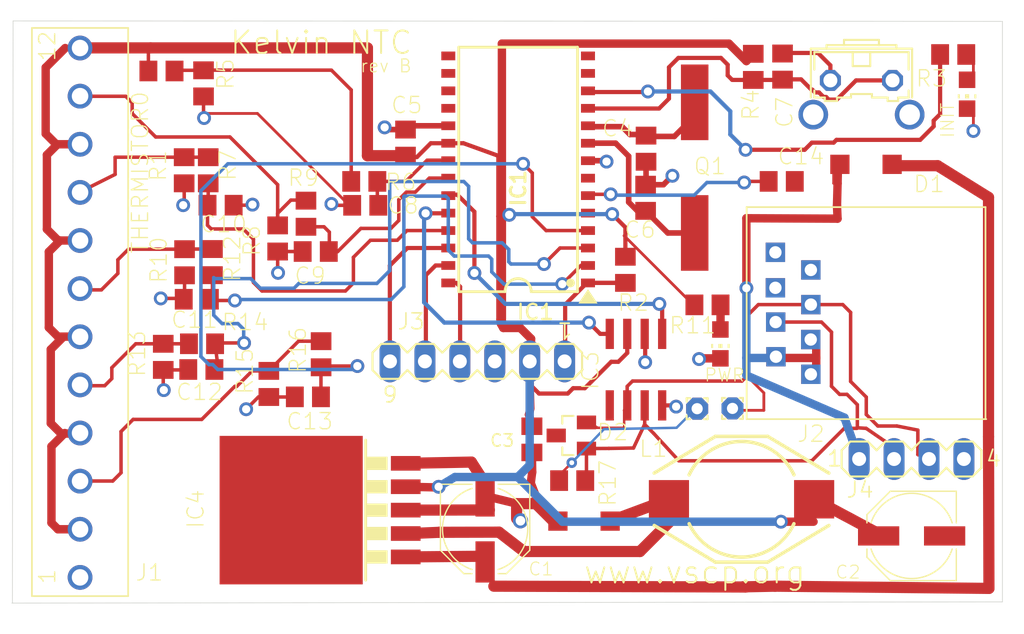
<source format=kicad_pcb>
(kicad_pcb (version 20241229) (generator "pcbnew") (generator_version "9.0")
  (layers (0 "F.Cu" signal) (4 "In1.Cu" signal) (6 "In2.Cu" signal) (8 "In3.Cu" signal) (10 "In4.Cu" signal) (2 "B.Cu" signal) (13 "F.Paste" user) (15 "B.Paste" user) (5 "F.SilkS" user "F.Silkscreen") (7 "B.SilkS" user "B.Silkscreen") (1 "F.Mask" user) (3 "B.Mask" user) (25 "Edge.Cuts" user))
  (net 0 "")
  (net 1 "+12V")
  (net 2 "VREF")
  (net 3 "GND")
  (net 4 "VCC")
  (net 5 "TXCAN")
  (net 6 "N$4")
  (net 7 "N$6")
  (net 8 "RXCAN")
  (net 9 "N$5")
  (net 10 "N$12")
  (net 11 "N$13")
  (net 12 "N$14")
  (net 13 "N$15")
  (net 14 "CANL")
  (net 15 "AN8")
  (net 16 "AN10")
  (net 17 "N$3")
  (net 18 "N$1")
  (net 19 "N$2")
  (net 20 "N$7")
  (net 21 "AN9")
  (net 22 "N$20")
  (net 23 "AN0")
  (net 24 "AN1")
  (net 25 "AN2")
  (net 26 "AN3")
  (net 27 "AN4")
  (net 28 "TEMP5")
  (net 29 "TEMP4")
  (net 30 "TEMP3")
  (net 31 "TEMP2")
  (net 32 "TEMP1")
  (net 33 "N$8")
  (net 34 "N$9")
  (net 35 "CANH")
  (net 36 "N$11")
  (footprint "kelvin_ntc_B:R0805" (layer "F.Cu") (at 131.1711 110.2336 90)
    (property "Reference" "R15")
    (property "Value" "10K" (hide yes))
  )
  (footprint "kelvin_ntc_B:SOD123" (layer "F.Cu") (at 174.6011 94.2636 180)
    (property "Reference" "D1")
    (property "Value" "1N5819" (hide yes))
  )
  (footprint "kelvin_ntc_B:C0805" (layer "F.Cu") (at 158.5727 96.695 -90)
    (property "Reference" "C6")
    (property "Value" "15pF" (hide yes))
  )
  (footprint "kelvin_ntc_B:R0805" (layer "F.Cu") (at 126.4211 88.3736 90)
    (property "Reference" "R5")
    (property "Value" "10K" (hide yes))
  )
  (footprint "kelvin_ntc_B:CHIP-LED0805" (layer "F.Cu") (at 181.9511 89.1636 180)
    (property "Reference" "LED1" (hide yes))
    (property "Value" "")
  )
  (footprint "kelvin_ntc_B:C0805" (layer "F.Cu") (at 134.0111 111.1736 180)
    (property "Reference" "C13")
    (property "Value" "10uF" (hide yes))
  )
  (footprint "kelvin_ntc_B:RJ-45" (layer "F.Cu") (at 176.9411 105.0836 90)
    (property "Reference" "J2")
    (property "Value" "A00-108-220-450" (hide yes))
  )
  (footprint "kelvin_ntc_B:1,6_0,8" (layer "F.Cu") (at 164.8911 112.0136)
    (property "Reference" "PAD2" (hide yes))
    (property "Value" "")
  )
  (footprint "kelvin_ntc_B:B3F-31XX" (layer "F.Cu") (at 174.2711 89.4036 180)
    (property "Reference" "S1" (hide yes))
    (property "Value" "")
  )
  (footprint "kelvin_ntc_B:R0805" (layer "F.Cu") (at 126.7611 94.6936 90)
    (property "Reference" "R7")
    (property "Value" "330" (hide yes))
  )
  (footprint "kelvin_ntc_B:R0805" (layer "F.Cu") (at 123.4911 108.2636 90)
    (property "Reference" "R13")
    (property "Value" "10K" (hide yes))
  )
  (footprint "kelvin_ntc_B:PANASONIC_D" (layer "F.Cu") (at 146.8989 120.7794 -90)
    (property "Reference" "C1")
    (property "Value" "100uF" (hide yes))
  )
  (footprint "kelvin_ntc_B:R0805" (layer "F.Cu") (at 125.0411 101.3836 90)
    (property "Reference" "R10")
    (property "Value" "10K" (hide yes))
  )
  (footprint "kelvin_ntc_B:R0805" (layer "F.Cu") (at 166.4011 87.1736 90)
    (property "Reference" "R4")
    (property "Value" "10K" (hide yes))
  )
  (footprint "kelvin_ntc_B:9C" (layer "F.Cu") (at 162.1411 94.4936 -90)
    (property "Reference" "Q1")
    (property "Value" "10 MHz" (hide yes))
  )
  (footprint "kelvin_ntc_B:TO263-5" (layer "F.Cu") (at 135.3351 119.4112 90)
    (property "Reference" "IC4")
    (property "Value" "LM2575S" (hide yes))
  )
  (footprint "kelvin_ntc_B:R0805" (layer "F.Cu") (at 153.2311 117.2636 180)
    (property "Reference" "R17")
    (property "Value" "120" (hide yes))
  )
  (footprint "kelvin_ntc_B:C0805" (layer "F.Cu") (at 125.9311 104.0736 180)
    (property "Reference" "C11")
    (property "Value" "10uF" (hide yes))
  )
  (footprint "kelvin_ntc_B:C0805" (layer "F.Cu") (at 138.1811 97.2436 180)
    (property "Reference" "C8")
    (property "Value" "10uF" (hide yes))
  )
  (footprint "kelvin_ntc_B:C0805" (layer "F.Cu") (at 168.5311 87.1536 -90)
    (property "Reference" "C7")
    (property "Value" "0.1uF" (hide yes))
  )
  (footprint "kelvin_ntc_B:PINHEAD-12" (layer "F.Cu") (at 117.4411 106.8036 90)
    (property "Reference" "J1")
    (property "Value" "OSTTE-12" (hide yes))
  )
  (footprint "kelvin_ntc_B:SOD123" (layer "F.Cu") (at 154.0933 120.2114 180)
    (property "Reference" "D3" (hide yes))
    (property "Value" "1N5819" (hide yes))
  )
  (footprint "kelvin_ntc_B:MA04-1" (layer "F.Cu") (at 177.9111 115.6936)
    (property "Reference" "J4")
    (property "Value" "")
  )
  (footprint "kelvin_ntc_B:C0805" (layer "F.Cu") (at 126.2611 109.1836 180)
    (property "Reference" "C12")
    (property "Value" "10uF" (hide yes))
  )
  (footprint "kelvin_ntc_B:PANASONIC_D" (layer "F.Cu") (at 177.9187 121.2878 180)
    (property "Reference" "C2")
    (property "Value" "330uF" (hide yes))
  )
  (footprint "kelvin_ntc_B:C0805" (layer "F.Cu") (at 141.1111 92.6836 90)
    (property "Reference" "C5")
    (property "Value" "0.1uF" (hide yes))
  )
  (footprint "kelvin_ntc_B:MA06-1" (layer "F.Cu") (at 146.3311 108.5936 180)
    (property "Reference" "J3")
    (property "Value" "")
  )
  (footprint "kelvin_ntc_B:R0805" (layer "F.Cu") (at 134.9711 108.0736 90)
    (property "Reference" "R16")
    (property "Value" "330" (hide yes))
  )
  (footprint "kelvin_ntc_B:C0805" (layer "F.Cu") (at 168.4711 95.5036 180)
    (property "Reference" "C14")
    (property "Value" "10 uF" (hide yes))
  )
  (footprint "kelvin_ntc_B:CHIP-LED0805" (layer "F.Cu") (at 164.0111 107.3236 180)
    (property "Reference" "LED2" (hide yes))
    (property "Value" "Red LED")
  )
  (footprint "kelvin_ntc_B:0805" (layer "F.Cu") (at 150.3011 114.2636 90)
    (property "Reference" "C3")
    (property "Value" "100nF" (hide yes))
  )
  (footprint "kelvin_ntc_B:SO-08" (layer "F.Cu") (at 157.8711 109.1936 180)
    (property "Reference" "IC3")
    (property "Value" "MCP2551SN" (hide yes))
  )
  (footprint "kelvin_ntc_B:R0805" (layer "F.Cu") (at 138.1111 95.5036 180)
    (property "Reference" "R6")
    (property "Value" "330" (hide yes))
  )
  (footprint "kelvin_ntc_B:SO28" (layer "F.Cu") (at 149.3011 94.6336 90)
    (property "Reference" "IC1")
    (property "Value" "PIC18F2580" (hide yes))
  )
  (footprint "kelvin_ntc_B:R0805" (layer "F.Cu") (at 133.8711 97.8536 90)
    (property "Reference" "R9")
    (property "Value" "330" (hide yes))
  )
  (footprint "kelvin_ntc_B:C0805" (layer "F.Cu") (at 134.5811 100.6036 180)
    (property "Reference" "C9")
    (property "Value" "10uF" (hide yes))
  )
  (footprint "kelvin_ntc_B:R0805" (layer "F.Cu") (at 131.8111 99.6536 90)
    (property "Reference" "R8")
    (property "Value" "10K" (hide yes))
  )
  (footprint "kelvin_ntc_B:R0805" (layer "F.Cu") (at 125.0111 94.6936 90)
    (property "Reference" "R1")
    (property "Value" "10K" (hide yes))
  )
  (footprint "kelvin_ntc_B:1,6_0,8" (layer "F.Cu") (at 162.3211 112.0336)
    (property "Reference" "PAD1" (hide yes))
    (property "Value" "")
  )
  (footprint "kelvin_ntc_B:R0805" (layer "F.Cu") (at 127.0711 101.3736 90)
    (property "Reference" "R12")
    (property "Value" "330" (hide yes))
  )
  (footprint "kelvin_ntc_B:SOT23" (layer "F.Cu") (at 153.1711 113.9836 90)
    (property "Reference" "D2")
    (property "Value" "NUP2105L" (hide yes))
  )
  (footprint "kelvin_ntc_B:R0805" (layer "F.Cu") (at 163.0711 104.4836 180)
    (property "Reference" "R11")
    (property "Value" "1K" (hide yes))
  )
  (footprint "kelvin_ntc_B:R0805" (layer "F.Cu") (at 180.9411 86.2736 180)
    (property "Reference" "R3")
    (property "Value" "1K" (hide yes))
  )
  (footprint "kelvin_ntc_B:DO3316P" (layer "F.Cu") (at 165.5487 118.6214)
    (property "Reference" "L1")
    (property "Value" "330 uH" (hide yes))
  )
  (footprint "kelvin_ntc_B:R0805" (layer "F.Cu") (at 123.3611 87.4736 180)
    (property "Reference" "THERMISTOR0")
    (property "Value" "10K" (hide yes))
  )
  (footprint "kelvin_ntc_B:R0805" (layer "F.Cu") (at 157.1011 101.9336 90)
    (property "Reference" "R2")
    (property "Value" "10K" (hide yes))
  )
  (footprint "kelvin_ntc_B:C0805" (layer "F.Cu") (at 158.6037 93.1244 90)
    (property "Reference" "C4")
    (property "Value" "15pF" (hide yes))
  )
  (footprint "kelvin_ntc_B:R0805" (layer "F.Cu") (at 126.3111 107.3136 180)
    (property "Reference" "R14")
    (property "Value" "330" (hide yes))
  )
  (footprint "kelvin_ntc_B:C0805" (layer "F.Cu") (at 127.6611 97.2336)
    (property "Reference" "C10")
    (property "Value" "10uF" (hide yes))
  )
  (gr_line (start 112.4811 126.1736) (end 184.5211 126.0836) (stroke (width 0.05)) (layer "Edge.Cuts"))
  (gr_line (start 184.5211 83.8636) (end 112.5711 83.8336) (stroke (width 0.05)) (layer "Edge.Cuts"))
  (gr_line (start 112.5711 83.8336) (end 112.5211 126.1636) (stroke (width 0.05)) (layer "Edge.Cuts"))
  (gr_line (start 184.5211 126.0836) (end 184.5211 83.8636) (stroke (width 0.05)) (layer "Edge.Cuts"))
  (gr_text "rev B" (at 137.7651 87.6506 0) (layer "F.SilkS") (effects (font (size 0.93472 0.93472) (thickness 0.08128)) (justify left bottom)))
  (gr_text "PWR" (at 162.7911 110.1336 0) (layer "F.SilkS") (effects (font (size 0.93472 0.93472) (thickness 0.08128)) (justify left bottom)))
  (gr_text "INIT" (at 181.0811 92.4036 90) (layer "F.SilkS") (effects (font (size 0.93472 0.93472) (thickness 0.08128)) (justify left bottom)))
  (gr_text "Kelvin NTC" (at 128.2575 86.3682 0) (layer "F.SilkS") (effects (font (size 1.63576 1.63576) (thickness 0.14224)) (justify left bottom)))
  (gr_text "www.vscp.org" (at 153.9951 124.8716 0) (layer "F.SilkS") (effects (font (size 1.63576 1.63576) (thickness 0.14224)) (justify left bottom)))
  (segment (start 172.7011 94.2636) (end 172.3811 94.2836) (width 0.4064) (layer "F.Cu") (net 1))
  (segment (start 170.9811 108.3436) (end 170.9811 109.6136) (width 0.6096) (layer "F.Cu") (net 1))
  (segment (start 172.2511 95.6436) (end 172.2511 94.3736) (width 0.2032) (layer "F.Cu") (net 1))
  (segment (start 172.5311 98.2136) (end 172.4911 97.2636) (width 0.6096) (layer "F.Cu") (net 1))
  (segment (start 165.9011 98.1836) (end 172.5311 98.2136) (width 0.6096) (layer "F.Cu") (net 1))
  (segment (start 165.9011 103.2636) (end 165.9011 98.1836) (width 0.6096) (layer "F.Cu") (net 1))
  (segment (start 172.4911 97.2636) (end 172.5326 95.6503) (width 0.6096) (layer "F.Cu") (net 1))
  (segment (start 170.9811 109.6136) (end 170.5911 109.5336) (width 0.6096) (layer "F.Cu") (net 1))
  (segment (start 170.9811 108.3436) (end 170.9811 107.0736) (width 0.6096) (layer "F.Cu") (net 1))
  (segment (start 170.9811 107.0736) (end 170.5811 107.0036) (width 0.6096) (layer "F.Cu") (net 1))
  (segment (start 172.5326 95.6503) (end 172.2511 95.6436) (width 0.2032) (layer "F.Cu") (net 1))
  (segment (start 168.0511 108.2536) (end 168.4411 108.3436) (width 0.2032) (layer "F.Cu") (net 1))
  (segment (start 172.5326 95.6503) (end 172.5711 94.1536) (width 0.6096) (layer "F.Cu") (net 1))
  (segment (start 168.4411 108.3436) (end 170.9811 108.3436) (width 0.6096) (layer "F.Cu") (net 1))
  (segment (start 172.2511 94.3736) (end 172.7011 94.2636) (width 0.2032) (layer "F.Cu") (net 1))
  (via (at 165.9011 103.2636) (size 1.0064) (drill 0.6) (layers "F.Cu" "B.Cu") (net 1))
  (segment (start 165.9011 109.6136) (end 173.0311 112.6836) (width 0.6096) (layer "B.Cu") (net 1))
  (segment (start 168.4411 108.3436) (end 168.0511 108.2536) (width 0.2032) (layer "B.Cu") (net 1))
  (segment (start 165.9011 109.6136) (end 165.9011 108.3436) (width 0.6096) (layer "B.Cu") (net 1))
  (segment (start 173.0311 112.6836) (end 174.1011 115.6936) (width 0.6096) (layer "B.Cu") (net 1))
  (segment (start 165.9011 108.3436) (end 168.4411 108.3436) (width 0.6096) (layer "B.Cu") (net 1))
  (segment (start 165.9011 108.3436) (end 165.9011 103.2636) (width 0.6096) (layer "B.Cu") (net 1))
  (segment (start 158.5411 108.6536) (end 158.5411 106.6286) (width 0.3048) (layer "F.Cu") (net 3))
  (segment (start 125.0211 97.3336) (end 125.0111 95.6436) (width 0.254) (layer "F.Cu") (net 3))
  (segment (start 131.1711 111.1836) (end 133.0511 111.1836) (width 0.254) (layer "F.Cu") (net 3))
  (segment (start 126.4611 90.8936) (end 126.4211 90.6236) (width 0.254) (layer "F.Cu") (net 3))
  (segment (start 141.1263 119.4112) (end 147.2083 119.3996) (width 0.8128) (layer "F.Cu") (net 3))
  (segment (start 154.3811 93.9986) (end 155.6661 93.9986) (width 0.4064) (layer "F.Cu") (net 3))
  (segment (start 125.1811 109.2136) (end 125.3111 109.1836) (width 0.254) (layer "F.Cu") (net 3))
  (segment (start 150.2211 117.4436) (end 150.3236 116.6436) (width 0.6096) (layer "F.Cu") (net 3))
  (segment (start 158.5411 106.6286) (end 158.5061 106.5936) (width 0.3048) (layer "F.Cu") (net 3))
  (segment (start 131.8111 102.1236) (end 131.8111 100.6036) (width 0.254) (layer "F.Cu") (net 3))
  (segment (start 158.6037 95.714) (end 158.6037 94.0744) (width 0.4064) (layer "F.Cu") (net 3))
  (segment (start 149.1911 118.9394) (end 149.1911 118.7636) (width 0.254) (layer "F.Cu") (net 3))
  (segment (start 126.4611 90.8936) (end 126.5311 90.5636) (width 0.2032) (layer "F.Cu") (net 3))
  (segment (start 129.5211 112.0736) (end 130.4111 111.1836) (width 0.254) (layer "F.Cu") (net 3))
  (segment (start 158.5727 95.745) (end 159.8697 95.745) (width 0.4064) (layer "F.Cu") (net 3))
  (segment (start 146.8929 119.4766) (end 147.1845 118.916) (width 0.6096) (layer "F.Cu") (net 3))
  (segment (start 158.6037 94.0744) (end 158.5279 93.9986) (width 0.4064) (layer "F.Cu") (net 3))
  (segment (start 129.9411 97.2336) (end 129.9811 97.1936) (width 0.254) (layer "F.Cu") (net 3))
  (segment (start 125.0411 104.0136) (end 125.0411 102.3336) (width 0.254) (layer "F.Cu") (net 3))
  (segment (start 159.8697 95.745) (end 160.5211 95.0936) (width 0.4064) (layer "F.Cu") (net 3))
  (segment (start 136.6911 96.9136) (end 137.2311 97.2436) (width 0.2032) (layer "F.Cu") (net 3))
  (segment (start 152.0359 120.2114) (end 151.4911 119.6666) (width 0.6096) (layer "F.Cu") (net 3))
  (segment (start 171.1111 86.1636) (end 172.0105 87.063) (width 0.3048) (layer "F.Cu") (net 3))
  (segment (start 162.5111 108.3736) (end 164.0111 108.3736) (width 0.6096) (layer "F.Cu") (net 3))
  (segment (start 147.0321 117.6714) (end 145.9007 115.9176) (width 0.8128) (layer "F.Cu") (net 3))
  (segment (start 124.9411 97.2336) (end 125.0211 97.3336) (width 0.254) (layer "F.Cu") (net 3))
  (segment (start 124.9211 104.0136) (end 123.3111 104.0136) (width 0.254) (layer "F.Cu") (net 3))
  (segment (start 182.4111 90.5636) (end 181.9511 90.2136) (width 0.2032) (layer "F.Cu") (net 3))
  (segment (start 147.2079 118.9394) (end 146.8989 118.3794) (width 0.6096) (layer "F.Cu") (net 3))
  (segment (start 126.4211 90.6236) (end 126.4211 89.3236) (width 0.254) (layer "F.Cu") (net 3))
  (segment (start 150.5861 118.3786) (end 150.2211 117.4436) (width 0.6096) (layer "F.Cu") (net 3))
  (segment (start 152.0359 120.2114) (end 152.1375 120.313) (width 0.6096) (layer "F.Cu") (net 3))
  (segment (start 147.1845 118.916) (end 147.2079 118.9394) (width 0.6096) (layer "F.Cu") (net 3))
  (segment (start 151.8933 120.2466) (end 151.9851 120.3384) (width 0.6096) (layer "F.Cu") (net 3))
  (segment (start 151.8933 120.2466) (end 152.1933 120.2114) (width 0.6096) (layer "F.Cu") (net 3))
  (segment (start 124.9811 104.0736) (end 125.0411 104.0136) (width 0.254) (layer "F.Cu") (net 3))
  (segment (start 146.8989 118.3794) (end 146.9989 118.9746) (width 0.6096) (layer "F.Cu") (net 3))
  (segment (start 128.6111 97.2336) (end 129.9411 97.2336) (width 0.254) (layer "F.Cu") (net 3))
  (segment (start 131.8411 102.1536) (end 131.8111 102.1236) (width 0.254) (layer "F.Cu") (net 3))
  (segment (start 168.5711 86.1636) (end 171.1111 86.1636) (width 0.3048) (layer "F.Cu") (net 3))
  (segment (start 168.5311 86.2036) (end 168.5711 86.1636) (width 0.3048) (layer "F.Cu") (net 3))
  (segment (start 139.7511 91.7336) (end 141.1111 91.7336) (width 0.4064) (layer "F.Cu") (net 3))
  (segment (start 123.4911 110.6436) (end 123.5311 110.6836) (width 0.254) (layer "F.Cu") (net 3))
  (segment (start 150.5861 118.9394) (end 150.5861 118.3786) (width 0.6096) (layer "F.Cu") (net 3))
  (segment (start 147.0321 118.9414) (end 147.0321 117.6714) (width 0.6096) (layer "F.Cu") (net 3))
  (segment (start 146.9989 118.9746) (end 147.0321 118.9414) (width 0.6096) (layer "F.Cu") (net 3))
  (segment (start 124.9811 104.0736) (end 124.9211 104.0136) (width 0.254) (layer "F.Cu") (net 3))
  (segment (start 147.2079 118.9394) (end 147.2607 118.9922) (width 0.6096) (layer "F.Cu") (net 3))
  (segment (start 149.1911 118.9394) (end 149.1911 120.0336) (width 0.8128) (layer "F.Cu") (net 3))
  (segment (start 146.8989 118.3794) (end 149.1911 118.9394) (width 0.6096) (layer "F.Cu") (net 3))
  (segment (start 123.4911 109.2136) (end 123.4911 110.6436) (width 0.254) (layer "F.Cu") (net 3))
  (segment (start 135.8211 97.2436) (end 135.7211 97.1436) (width 0.254) (layer "F.Cu") (net 3))
  (segment (start 130.3411 90.5636) (end 136.6911 96.9136) (width 0.2032) (layer "F.Cu") (net 3))
  (segment (start 152.1933 120.2114) (end 152.0359 120.2114) (width 0.6096) (layer "F.Cu") (net 3))
  (segment (start 141.3861 91.4586) (end 144.2211 91.4586) (width 0.4064) (layer "F.Cu") (net 3))
  (segment (start 150.5861 118.9394) (end 151.8933 120.2466) (width 0.8128) (layer "F.Cu") (net 3))
  (segment (start 137.2311 97.2436) (end 135.8211 97.2436) (width 0.254) (layer "F.Cu") (net 3))
  (segment (start 182.4111 91.8336) (end 182.4111 90.5636) (width 0.2032) (layer "F.Cu") (net 3))
  (segment (start 123.4911 109.2136) (end 125.1811 109.2136) (width 0.254) (layer "F.Cu") (net 3))
  (segment (start 159.7761 111.7936) (end 160.7011 111.7936) (width 0.3048) (layer "F.Cu") (net 3))
  (segment (start 146.9989 118.9746) (end 146.9051 119.0684) (width 0.6096) (layer "F.Cu") (net 3))
  (segment (start 147.2083 119.3996) (end 146.8929 119.4766) (width 0.6096) (layer "F.Cu") (net 3))
  (segment (start 130.4111 111.1836) (end 131.1711 111.1836) (width 0.254) (layer "F.Cu") (net 3))
  (segment (start 141.1111 91.7336) (end 141.3861 91.4586) (width 0.4064) (layer "F.Cu") (net 3))
  (segment (start 172.0105 87.063) (end 172.0105 88.159) (width 0.3048) (layer "F.Cu") (net 3))
  (segment (start 126.5311 90.5636) (end 130.3411 90.5636) (width 0.2032) (layer "F.Cu") (net 3))
  (segment (start 150.3236 116.6436) (end 150.3011 115.2161) (width 0.6096) (layer "F.Cu") (net 3))
  (segment (start 139.5911 91.5736) (end 139.7511 91.7336) (width 0.4064) (layer "F.Cu") (net 3))
  (segment (start 145.9007 115.9176) (end 141.1263 116.0076) (width 0.8128) (layer "F.Cu") (net 3))
  (segment (start 149.1911 120.0336) (end 149.4705 120.186) (width 0.6096) (layer "F.Cu") (net 3))
  (segment (start 158.5727 95.745) (end 158.6037 95.714) (width 0.4064) (layer "F.Cu") (net 3))
  (segment (start 133.0511 111.1836) (end 133.0611 111.1736) (width 0.254) (layer "F.Cu") (net 3))
  (segment (start 149.1911 118.9394) (end 150.5861 118.9394) (width 0.8128) (layer "F.Cu") (net 3))
  (segment (start 131.8111 100.6036) (end 133.6311 100.6036) (width 0.254) (layer "F.Cu") (net 3))
  (segment (start 155.6661 93.9986) (end 155.7311 94.0636) (width 0.4064) (layer "F.Cu") (net 3))
  (segment (start 160.7011 111.7936) (end 160.7911 111.8836) (width 0.3048) (layer "F.Cu") (net 3))
  (via (at 182.4111 91.8336) (size 1.0064) (drill 0.6) (layers "F.Cu" "B.Cu") (net 3))
  (via (at 160.7911 111.8836) (size 1.0064) (drill 0.6) (layers "F.Cu" "B.Cu") (net 3))
  (via (at 124.9411 97.2336) (size 1.0064) (drill 0.6) (layers "F.Cu" "B.Cu") (net 3))
  (via (at 123.5311 110.6836) (size 1.0064) (drill 0.6) (layers "F.Cu" "B.Cu") (net 3))
  (via (at 123.3111 104.0136) (size 1.0064) (drill 0.6) (layers "F.Cu" "B.Cu") (net 3))
  (via (at 139.5911 91.5736) (size 1.0064) (drill 0.6) (layers "F.Cu" "B.Cu") (net 3))
  (via (at 158.5411 108.6536) (size 1.0064) (drill 0.6) (layers "F.Cu" "B.Cu") (net 3))
  (via (at 131.8411 102.1536) (size 1.0064) (drill 0.6) (layers "F.Cu" "B.Cu") (net 3))
  (via (at 149.4705 120.186) (size 1.1064) (drill 0.7) (layers "F.Cu" "B.Cu") (net 3))
  (via (at 129.5211 112.0736) (size 1.0064) (drill 0.6) (layers "F.Cu" "B.Cu") (net 3))
  (via (at 162.4611 108.4236) (size 1.0064) (drill 0.6) (layers "F.Cu" "B.Cu") (net 3))
  (via (at 135.7211 97.1436) (size 1.0064) (drill 0.6) (layers "F.Cu" "B.Cu") (net 3))
  (via (at 155.7311 94.0636) (size 1.0064) (drill 0.6) (layers "F.Cu" "B.Cu") (net 3))
  (via (at 126.4611 90.8936) (size 1.0064) (drill 0.6) (layers "F.Cu" "B.Cu") (net 3))
  (via (at 160.5211 95.0936) (size 1.0064) (drill 0.6) (layers "F.Cu" "B.Cu") (net 3))
  (via (at 129.9811 97.1936) (size 1.0064) (drill 0.6) (layers "F.Cu" "B.Cu") (net 3))
  (segment (start 117.4211 92.7836) (end 115.6911 92.7836) (width 0.4064) (layer "F.Cu") (net 4))
  (segment (start 114.9411 87.2236) (end 116.3611 85.8036) (width 0.6096) (layer "F.Cu") (net 4))
  (segment (start 150.1911 112.0036) (end 150.0886 112.4711) (width 0.6096) (layer "F.Cu") (net 4))
  (segment (start 117.4411 120.8036) (end 115.8311 120.8036) (width 0.6096) (layer "F.Cu") (net 4))
  (segment (start 117.4411 85.8036) (end 117.4411 85.7936) (width 0.4064) (layer "F.Cu") (net 4))
  (segment (start 115.8311 99.7836) (end 115.0311 98.9836) (width 0.6096) (layer "F.Cu") (net 4))
  (segment (start 115.8311 106.7936) (end 115.1711 106.1336) (width 0.6096) (layer "F.Cu") (net 4))
  (segment (start 115.3111 107.7236) (end 116.2311 106.8036) (width 0.6096) (layer "F.Cu") (net 4))
  (segment (start 138.3411 85.7936) (end 138.3411 93.6336) (width 0.8128) (layer "F.Cu") (net 4))
  (segment (start 170.7865 120.2536) (end 170.8287 118.6214) (width 0.3048) (layer "F.Cu") (net 4))
  (segment (start 157.1011 99.4536) (end 157.0111 99.4536) (width 0.2032) (layer "F.Cu") (net 4))
  (segment (start 150.0886 112.4711) (end 150.3011 113.3111) (width 0.6096) (layer "F.Cu") (net 4))
  (segment (start 117.4011 113.8436) (end 116.0611 113.8436) (width 0.6096) (layer "F.Cu") (net 4))
  (segment (start 150.1411 110.2536) (end 150.1911 112.0036) (width 0.6096) (layer "F.Cu") (net 4))
  (segment (start 150.2411 108.4936) (end 150.1411 108.5936) (width 0.3048) (layer "F.Cu") (net 4))
  (segment (start 153.3011 110.5436) (end 154.1511 110.5436) (width 0.3048) (layer "F.Cu") (net 4))
  (segment (start 115.9911 99.8036) (end 117.4411 99.8036) (width 0.6096) (layer "F.Cu") (net 4))
  (segment (start 147.9711 97.9336) (end 148.6511 97.9336) (width 0.3048) (layer "F.Cu") (net 4))
  (segment (start 168.4111 120.2536) (end 170.7865 120.2536) (width 0.6096) (layer "F.Cu") (net 4))
  (segment (start 122.5711 85.7936) (end 122.4111 85.9536) (width 0.254) (layer "F.Cu") (net 4))
  (segment (start 141.2111 93.7336) (end 141.9411 93.7336) (width 0.3048) (layer "F.Cu") (net 4))
  (segment (start 156.5911 108.6236) (end 157.2361 107.9786) (width 0.3048) (layer "F.Cu") (net 4))
  (segment (start 148.1211 85.4836) (end 164.6311 85.4836) (width 0.6096) (layer "F.Cu") (net 4))
  (segment (start 117.4411 92.8036) (end 117.4211 92.7836) (width 0.4064) (layer "F.Cu") (net 4))
  (segment (start 150.1411 110.2536) (end 150.8211 110.9336) (width 0.3048) (layer "F.Cu") (net 4))
  (segment (start 114.9411 92.0336) (end 114.9411 87.2236) (width 0.6096) (layer "F.Cu") (net 4))
  (segment (start 156.0711 108.6236) (end 156.5911 108.6236) (width 0.3048) (layer "F.Cu") (net 4))
  (segment (start 143.4169 117.7594) (end 141.1263 117.7094) (width 0.6096) (layer "F.Cu") (net 4))
  (segment (start 115.6911 92.7836) (end 114.9411 92.0336) (width 0.6096) (layer "F.Cu") (net 4))
  (segment (start 152.9111 110.9336) (end 153.3011 110.5436) (width 0.3048) (layer "F.Cu") (net 4))
  (segment (start 117.4411 99.8036) (end 117.4211 99.7836) (width 0.4064) (layer "F.Cu") (net 4))
  (segment (start 117.4311 106.7936) (end 115.8311 106.7936) (width 0.6096) (layer "F.Cu") (net 4))
  (segment (start 115.3111 113.0936) (end 115.3111 107.7236) (width 0.6096) (layer "F.Cu") (net 4))
  (segment (start 162.0911 104.5336) (end 162.1211 104.4836) (width 0.2032) (layer "F.Cu") (net 4))
  (segment (start 115.3611 120.3336) (end 115.3611 114.7736) (width 0.6096) (layer "F.Cu") (net 4))
  (segment (start 116.2311 106.8036) (end 117.4411 106.8036) (width 0.4064) (layer "F.Cu") (net 4))
  (segment (start 141.1111 93.6336) (end 141.2111 93.7336) (width 0.3048) (layer "F.Cu") (net 4))
  (segment (start 157.1011 98.8436) (end 157.1011 99.4536) (width 0.3048) (layer "F.Cu") (net 4))
  (segment (start 117.4411 113.8036) (end 117.4011 113.8436) (width 0.4064) (layer "F.Cu") (net 4))
  (segment (start 115.8311 120.8036) (end 115.3611 120.3336) (width 0.6096) (layer "F.Cu") (net 4))
  (segment (start 115.0311 98.9836) (end 115.0311 93.5736) (width 0.6096) (layer "F.Cu") (net 4))
  (segment (start 141.9411 93.7336) (end 142.9461 92.7286) (width 0.3048) (layer "F.Cu") (net 4))
  (segment (start 117.4211 99.7836) (end 115.8311 99.7836) (width 0.4064) (layer "F.Cu") (net 4))
  (segment (start 122.5711 85.7936) (end 138.3411 85.7936) (width 0.8128) (layer "F.Cu") (net 4))
  (segment (start 170.8287 118.6214) (end 175.6087 121.1714) (width 0.8128) (layer "F.Cu") (net 4))
  (segment (start 145.3261 92.7286) (end 147.8611 93.6436) (width 0.3048) (layer "F.Cu") (net 4))
  (segment (start 157.1011 99.4536) (end 157.1011 100.9836) (width 0.3048) (layer "F.Cu") (net 4))
  (segment (start 117.4411 85.7936) (end 122.5711 85.7936) (width 0.8128) (layer "F.Cu") (net 4))
  (segment (start 138.3411 93.6336) (end 141.1111 93.6336) (width 0.8128) (layer "F.Cu") (net 4))
  (segment (start 157.0111 99.4536) (end 162.0911 104.5336) (width 0.2032) (layer "F.Cu") (net 4))
  (segment (start 148.1211 105.8036) (end 148.1211 85.4836) (width 0.6096) (layer "F.Cu") (net 4))
  (segment (start 144.2211 92.7286) (end 145.3261 92.7286) (width 0.3048) (layer "F.Cu") (net 4))
  (segment (start 147.8611 98.0436) (end 147.8611 105.5436) (width 0.3048) (layer "F.Cu") (net 4))
  (segment (start 149.4611 106.1636) (end 150.2411 106.9436) (width 0.6096) (layer "F.Cu") (net 4))
  (segment (start 150.8211 110.9336) (end 152.9111 110.9336) (width 0.3048) (layer "F.Cu") (net 4))
  (segment (start 117.4411 106.8036) (end 117.4311 106.7936) (width 0.4064) (layer "F.Cu") (net 4))
  (segment (start 142.9461 92.7286) (end 144.2211 92.7286) (width 0.3048) (layer "F.Cu") (net 4))
  (segment (start 150.1411 108.5936) (end 150.1411 110.2536) (width 0.6096) (layer "F.Cu") (net 4))
  (segment (start 147.8611 93.6436) (end 147.8611 98.0436) (width 0.3048) (layer "F.Cu") (net 4))
  (segment (start 143.5211 117.7136) (end 143.4169 117.7594) (width 0.3048) (layer "F.Cu") (net 4))
  (segment (start 165.9011 86.7536) (end 166.4011 86.2236) (width 0.6096) (layer "F.Cu") (net 4))
  (segment (start 175.6087 121.1714) (end 175.5187 121.2878) (width 0.4064) (layer "F.Cu") (net 4))
  (segment (start 156.1411 97.8836) (end 157.1011 98.8436) (width 0.3048) (layer "F.Cu") (net 4))
  (segment (start 148.2211 106.1636) (end 149.4611 106.1636) (width 0.6096) (layer "F.Cu") (net 4))
  (segment (start 115.3611 114.7736) (end 116.3311 113.8036) (width 0.6096) (layer "F.Cu") (net 4))
  (segment (start 154.1511 110.5436) (end 156.0711 108.6236) (width 0.3048) (layer "F.Cu") (net 4))
  (segment (start 116.0611 113.8436) (end 115.3111 113.0936) (width 0.6096) (layer "F.Cu") (net 4))
  (segment (start 148.0396 105.851) (end 148.1211 105.8036) (width 0.254) (layer "F.Cu") (net 4))
  (segment (start 147.8611 105.5436) (end 148.0396 105.851) (width 0.3048) (layer "F.Cu") (net 4))
  (segment (start 150.2411 106.9436) (end 150.2411 108.4936) (width 0.6096) (layer "F.Cu") (net 4))
  (segment (start 148.0396 105.851) (end 148.2211 106.1636) (width 0.6096) (layer "F.Cu") (net 4))
  (segment (start 122.4111 85.9536) (end 122.4111 87.4736) (width 0.254) (layer "F.Cu") (net 4))
  (segment (start 116.3311 113.8036) (end 117.4411 113.8036) (width 0.4064) (layer "F.Cu") (net 4))
  (segment (start 116.3611 85.8036) (end 117.4411 85.8036) (width 0.4064) (layer "F.Cu") (net 4))
  (segment (start 115.1711 100.6236) (end 115.9911 99.8036) (width 0.6096) (layer "F.Cu") (net 4))
  (segment (start 115.1711 106.1336) (end 115.1711 100.6236) (width 0.6096) (layer "F.Cu") (net 4))
  (segment (start 115.8011 92.8036) (end 117.4411 92.8036) (width 0.6096) (layer "F.Cu") (net 4))
  (segment (start 147.8611 98.0436) (end 147.9711 97.9336) (width 0.3048) (layer "F.Cu") (net 4))
  (segment (start 164.6311 85.4836) (end 165.9011 86.7536) (width 0.6096) (layer "F.Cu") (net 4))
  (segment (start 157.2361 107.9786) (end 157.2361 106.5936) (width 0.3048) (layer "F.Cu") (net 4))
  (segment (start 115.0311 93.5736) (end 115.8011 92.8036) (width 0.6096) (layer "F.Cu") (net 4))
  (via (at 143.5211 117.7136) (size 1.0064) (drill 0.6) (layers "F.Cu" "B.Cu") (net 4))
  (via (at 168.4111 120.2536) (size 1.0064) (drill 0.6) (layers "F.Cu" "B.Cu") (net 4))
  (via (at 156.1411 97.8836) (size 1.0064) (drill 0.6) (layers "F.Cu" "B.Cu") (net 4))
  (via (at 148.6511 97.9336) (size 1.0064) (drill 0.6) (layers "F.Cu" "B.Cu") (net 4))
  (segment (start 149.2711 117.0036) (end 144.7011 117.0036) (width 0.6096) (layer "B.Cu") (net 4))
  (segment (start 152.5211 120.2536) (end 168.4111 120.2536) (width 0.6096) (layer "B.Cu") (net 4))
  (segment (start 149.2711 117.0036) (end 152.5211 120.2536) (width 0.6096) (layer "B.Cu") (net 4))
  (segment (start 148.7011 97.8836) (end 156.1411 97.8836) (width 0.3048) (layer "B.Cu") (net 4))
  (segment (start 150.1411 116.1336) (end 149.2711 117.0036) (width 0.6096) (layer "B.Cu") (net 4))
  (segment (start 144.7011 117.0036) (end 143.5211 117.7136) (width 0.6096) (layer "B.Cu") (net 4))
  (segment (start 148.6511 97.9336) (end 148.7011 97.8836) (width 0.3048) (layer "B.Cu") (net 4))
  (segment (start 150.1411 108.5936) (end 150.1411 116.1336) (width 0.6096) (layer "B.Cu") (net 4))
  (segment (start 159.5711 104.4136) (end 159.7761 104.6186) (width 0.3048) (layer "F.Cu") (net 5))
  (segment (start 146.1211 97.7136) (end 144.8811 96.4736) (width 0.3048) (layer "F.Cu") (net 5))
  (segment (start 146.1211 102.1636) (end 146.1211 97.7136) (width 0.3048) (layer "F.Cu") (net 5))
  (segment (start 144.8811 96.4736) (end 144.2861 96.4736) (width 0.3048) (layer "F.Cu") (net 5))
  (segment (start 144.2861 96.4736) (end 144.2211 96.5386) (width 0.3048) (layer "F.Cu") (net 5))
  (segment (start 159.7761 104.6186) (end 159.7761 106.5936) (width 0.3048) (layer "F.Cu") (net 5))
  (via (at 146.1211 102.1636) (size 1.0064) (drill 0.6) (layers "F.Cu" "B.Cu") (net 5))
  (via (at 159.5711 104.4136) (size 1.0064) (drill 0.6) (layers "F.Cu" "B.Cu") (net 5))
  (segment (start 146.1211 102.1636) (end 148.3711 104.4136) (width 0.3048) (layer "B.Cu") (net 5))
  (segment (start 148.3711 104.4136) (end 159.5711 104.4136) (width 0.3048) (layer "B.Cu") (net 5))
  (segment (start 165.8411 93.2036) (end 170.1411 93.2036) (width 0.3048) (layer "F.Cu") (net 6))
  (segment (start 170.1411 93.2036) (end 170.6611 92.6836) (width 0.3048) (layer "F.Cu") (net 6))
  (segment (start 179.5211 91.0836) (end 179.9911 90.6136) (width 0.3048) (layer "F.Cu") (net 6))
  (segment (start 154.3811 88.9186) (end 154.4861 88.9186) (width 0.3048) (layer "F.Cu") (net 6))
  (segment (start 179.9911 90.6136) (end 179.9911 86.2736) (width 0.3048) (layer "F.Cu") (net 6))
  (segment (start 172.4511 92.4836) (end 178.5411 92.4836) (width 0.3048) (layer "F.Cu") (net 6))
  (segment (start 154.4861 88.9186) (end 154.5711 89.0036) (width 0.3048) (layer "F.Cu") (net 6))
  (segment (start 170.6611 92.6836) (end 172.2511 92.6836) (width 0.3048) (layer "F.Cu") (net 6))
  (segment (start 172.2511 92.6836) (end 172.4511 92.4836) (width 0.3048) (layer "F.Cu") (net 6))
  (segment (start 178.5411 92.4836) (end 179.5211 91.5036) (width 0.3048) (layer "F.Cu") (net 6))
  (segment (start 154.5711 89.0036) (end 158.7011 89.0036) (width 0.3048) (layer "F.Cu") (net 6))
  (segment (start 158.7011 89.0036) (end 158.7411 88.9636) (width 0.3048) (layer "F.Cu") (net 6))
  (segment (start 179.5211 91.5036) (end 179.5211 91.0836) (width 0.3048) (layer "F.Cu") (net 6))
  (via (at 158.7411 88.9636) (size 1.0064) (drill 0.6) (layers "F.Cu" "B.Cu") (net 6))
  (via (at 165.8411 93.2036) (size 1.0064) (drill 0.6) (layers "F.Cu" "B.Cu") (net 6))
  (segment (start 158.7411 88.9636) (end 163.2911 88.9636) (width 0.3048) (layer "B.Cu") (net 6))
  (segment (start 164.7311 90.4036) (end 164.7311 92.0936) (width 0.3048) (layer "B.Cu") (net 6))
  (segment (start 163.2911 88.9636) (end 164.7311 90.4036) (width 0.3048) (layer "B.Cu") (net 6))
  (segment (start 164.7311 92.0936) (end 165.8411 93.2036) (width 0.3048) (layer "B.Cu") (net 6))
  (segment (start 154.3811 90.1886) (end 154.3961 90.2036) (width 0.3048) (layer "F.Cu") (net 7))
  (segment (start 168.5311 88.1036) (end 168.5511 88.0836) (width 0.3048) (layer "F.Cu") (net 7))
  (segment (start 169.8811 88.0836) (end 170.6311 88.8336) (width 0.3048) (layer "F.Cu") (net 7))
  (segment (start 170.8911 89.0336) (end 171.1811 89.0336) (width 0.3048) (layer "F.Cu") (net 7))
  (segment (start 164.5411 87.0136) (end 164.5411 87.7936) (width 0.3048) (layer "F.Cu") (net 7))
  (segment (start 171.7011 89.3636) (end 171.8911 89.5536) (width 0.3048) (layer "F.Cu") (net 7))
  (segment (start 164.5411 87.7936) (end 164.8711 88.1236) (width 0.3048) (layer "F.Cu") (net 7))
  (segment (start 168.5511 88.0836) (end 169.8811 88.0836) (width 0.3048) (layer "F.Cu") (net 7))
  (segment (start 171.1811 89.0336) (end 171.5111 89.3636) (width 0.3048) (layer "F.Cu") (net 7))
  (segment (start 166.4011 88.1236) (end 168.5111 88.1236) (width 0.3048) (layer "F.Cu") (net 7))
  (segment (start 171.5111 89.3636) (end 171.7011 89.3636) (width 0.3048) (layer "F.Cu") (net 7))
  (segment (start 172.4811 89.5536) (end 173.8757 88.159) (width 0.3048) (layer "F.Cu") (net 7))
  (segment (start 170.6311 88.8336) (end 170.6911 88.8336) (width 0.3048) (layer "F.Cu") (net 7))
  (segment (start 164.8711 88.1236) (end 166.4011 88.1236) (width 0.3048) (layer "F.Cu") (net 7))
  (segment (start 173.8757 88.159) (end 176.5317 88.159) (width 0.3048) (layer "F.Cu") (net 7))
  (segment (start 160.9511 86.5236) (end 164.0511 86.5236) (width 0.3048) (layer "F.Cu") (net 7))
  (segment (start 164.0511 86.5236) (end 164.5411 87.0136) (width 0.3048) (layer "F.Cu") (net 7))
  (segment (start 154.3961 90.2036) (end 159.5511 90.2036) (width 0.3048) (layer "F.Cu") (net 7))
  (segment (start 170.6911 88.8336) (end 170.8911 89.0336) (width 0.3048) (layer "F.Cu") (net 7))
  (segment (start 171.8911 89.5536) (end 172.4811 89.5536) (width 0.3048) (layer "F.Cu") (net 7))
  (segment (start 160.2711 87.2036) (end 160.9511 86.5236) (width 0.3048) (layer "F.Cu") (net 7))
  (segment (start 168.5111 88.1236) (end 168.5311 88.1036) (width 0.3048) (layer "F.Cu") (net 7))
  (segment (start 159.5511 90.2036) (end 160.2711 89.4836) (width 0.3048) (layer "F.Cu") (net 7))
  (segment (start 160.2711 89.4836) (end 160.2711 87.2036) (width 0.3048) (layer "F.Cu") (net 7))
  (segment (start 154.4511 105.7736) (end 155.2711 106.5936) (width 0.3048) (layer "F.Cu") (net 8))
  (segment (start 142.5711 97.8236) (end 144.2061 97.8236) (width 0.3048) (layer "F.Cu") (net 8))
  (segment (start 144.2061 97.8236) (end 144.2211 97.8086) (width 0.3048) (layer "F.Cu") (net 8))
  (segment (start 155.2711 106.5936) (end 155.9661 106.5936) (width 0.3048) (layer "F.Cu") (net 8))
  (via (at 154.4511 105.7736) (size 1.0064) (drill 0.6) (layers "F.Cu" "B.Cu") (net 8))
  (via (at 142.5711 97.8236) (size 1.0064) (drill 0.6) (layers "F.Cu" "B.Cu") (net 8))
  (segment (start 142.4611 97.9336) (end 142.5711 97.8236) (width 0.3048) (layer "B.Cu") (net 8))
  (segment (start 142.4611 104.3036) (end 142.4611 97.9336) (width 0.3048) (layer "B.Cu") (net 8))
  (segment (start 142.4611 104.3036) (end 143.9311 105.7736) (width 0.3048) (layer "B.Cu") (net 8))
  (segment (start 143.9311 105.7736) (end 154.4511 105.7736) (width 0.3048) (layer "B.Cu") (net 8))
  (segment (start 182.4111 86.7536) (end 181.8911 86.2736) (width 0.254) (layer "F.Cu") (net 9))
  (segment (start 182.4111 88.0236) (end 182.4111 86.7536) (width 0.2032) (layer "F.Cu") (net 9))
  (segment (start 181.9511 88.1136) (end 182.4111 88.0236) (width 0.2032) (layer "F.Cu") (net 9))
  (segment (start 152.7211 108.5536) (end 152.7211 104.4636) (width 0.3048) (layer "F.Cu") (net 10))
  (segment (start 152.7211 104.4636) (end 154.3011 102.8836) (width 0.3048) (layer "F.Cu") (net 10))
  (segment (start 157.1011 102.8836) (end 157.0961 102.8886) (width 0.3048) (layer "F.Cu") (net 10))
  (segment (start 154.3011 102.8836) (end 157.1011 102.8836) (width 0.3048) (layer "F.Cu") (net 10))
  (segment (start 157.0961 102.8886) (end 154.3811 102.8886) (width 0.3048) (layer "F.Cu") (net 10))
  (segment (start 152.6811 108.5936) (end 152.7211 108.5536) (width 0.3048) (layer "F.Cu") (net 10))
  (segment (start 145.0811 108.5736) (end 145.0811 103.1636) (width 0.3048) (layer "F.Cu") (net 11))
  (segment (start 144.8061 102.8886) (end 144.2211 102.8886) (width 0.3048) (layer "F.Cu") (net 11))
  (segment (start 145.0811 103.1636) (end 144.8061 102.8886) (width 0.3048) (layer "F.Cu") (net 11))
  (segment (start 145.0611 108.5936) (end 145.0811 108.5736) (width 0.3048) (layer "F.Cu") (net 11))
  (segment (start 142.5911 102.3236) (end 143.2961 101.6186) (width 0.3048) (layer "F.Cu") (net 12))
  (segment (start 143.2961 101.6186) (end 144.2211 101.6186) (width 0.3048) (layer "F.Cu") (net 12))
  (segment (start 142.5911 108.5236) (end 142.5911 102.3236) (width 0.3048) (layer "F.Cu") (net 12))
  (segment (start 142.5211 108.5936) (end 142.5911 108.5236) (width 0.3048) (layer "F.Cu") (net 12))
  (segment (start 139.9811 108.5936) (end 139.9711 108.5836) (width 0.3048) (layer "F.Cu") (net 13))
  (segment (start 139.9711 108.5836) (end 139.9711 101.6236) (width 0.3048) (layer "F.Cu") (net 13))
  (segment (start 139.9711 101.6236) (end 141.2461 100.3486) (width 0.3048) (layer "F.Cu") (net 13))
  (segment (start 141.2461 100.3486) (end 144.2211 100.3486) (width 0.3048) (layer "F.Cu") (net 13))
  (segment (start 170.5911 104.4636) (end 172.9111 104.4636) (width 0.254) (layer "F.Cu") (net 14))
  (segment (start 165.9461 109.6586) (end 166.0411 109.5636) (width 0.254) (layer "F.Cu") (net 14))
  (segment (start 157.6211 110.0236) (end 165.5811 110.0236) (width 0.254) (layer "F.Cu") (net 14))
  (segment (start 154.2711 113.0336) (end 155.0111 113.3836) (width 0.2032) (layer "F.Cu") (net 14))
  (segment (start 176.8511 113.2936) (end 178.3711 113.5936) (width 0.254) (layer "F.Cu") (net 14))
  (segment (start 173.4811 105.0336) (end 173.4811 110.0536) (width 0.254) (layer "F.Cu") (net 14))
  (segment (start 154.4711 113.4236) (end 157.0111 113.4236) (width 0.1778) (layer "F.Cu") (net 14))
  (segment (start 167.1711 112.1536) (end 164.6311 112.1536) (width 0.2032) (layer "F.Cu") (net 14))
  (segment (start 157.0111 112.1536) (end 157.2361 111.7936) (width 0.2032) (layer "F.Cu") (net 14))
  (segment (start 157.0111 113.4236) (end 157.0111 112.1536) (width 0.1778) (layer "F.Cu") (net 14))
  (segment (start 165.9461 109.6586) (end 165.9011 109.6136) (width 0.2032) (layer "F.Cu") (net 14))
  (segment (start 174.6211 112.4536) (end 175.4611 113.2936) (width 0.254) (layer "F.Cu") (net 14))
  (segment (start 154.2711 113.0336) (end 154.4711 113.4236) (width 0.1778) (layer "F.Cu") (net 14))
  (segment (start 157.2311 111.7886) (end 157.2311 110.4136) (width 0.254) (layer "F.Cu") (net 14))
  (segment (start 173.4811 110.0536) (end 174.6211 111.1936) (width 0.254) (layer "F.Cu") (net 14))
  (segment (start 166.0411 109.5636) (end 166.0411 105.1936) (width 0.254) (layer "F.Cu") (net 14))
  (segment (start 174.6211 111.1936) (end 174.6211 112.4536) (width 0.254) (layer "F.Cu") (net 14))
  (segment (start 165.5811 110.0236) (end 165.9461 109.6586) (width 0.254) (layer "F.Cu") (net 14))
  (segment (start 178.3711 115.3736) (end 179.1811 115.6936) (width 0.254) (layer "F.Cu") (net 14))
  (segment (start 167.1711 110.8836) (end 167.1711 112.1536) (width 0.2032) (layer "F.Cu") (net 14))
  (segment (start 166.7711 104.4636) (end 170.5911 104.4636) (width 0.254) (layer "F.Cu") (net 14))
  (segment (start 172.9111 104.4636) (end 173.4811 105.0336) (width 0.254) (layer "F.Cu") (net 14))
  (segment (start 157.2311 110.4136) (end 157.6211 110.0236) (width 0.254) (layer "F.Cu") (net 14))
  (segment (start 175.4611 113.2936) (end 176.8511 113.2936) (width 0.254) (layer "F.Cu") (net 14))
  (segment (start 164.6311 112.1536) (end 164.8911 112.0136) (width 0.2032) (layer "F.Cu") (net 14))
  (segment (start 157.2361 111.7936) (end 157.2311 111.7886) (width 0.254) (layer "F.Cu") (net 14))
  (segment (start 165.9461 109.6586) (end 167.1711 110.8836) (width 0.2032) (layer "F.Cu") (net 14))
  (segment (start 178.3711 113.5936) (end 178.3711 115.3736) (width 0.254) (layer "F.Cu") (net 14))
  (segment (start 166.0411 105.1936) (end 166.7711 104.4636) (width 0.254) (layer "F.Cu") (net 14))
  (segment (start 135.1811 98.8036) (end 135.5711 99.1936) (width 0.254) (layer "F.Cu") (net 15))
  (segment (start 137.8611 98.9236) (end 140.0411 98.9236) (width 0.254) (layer "F.Cu") (net 15))
  (segment (start 136.1811 100.6036) (end 137.8611 98.9236) (width 0.254) (layer "F.Cu") (net 15))
  (segment (start 135.5711 100.5636) (end 135.5311 100.6036) (width 0.254) (layer "F.Cu") (net 15))
  (segment (start 133.8711 98.8036) (end 135.1811 98.8036) (width 0.254) (layer "F.Cu") (net 15))
  (segment (start 140.0411 98.9236) (end 140.6211 98.3436) (width 0.254) (layer "F.Cu") (net 15))
  (segment (start 141.1711 96.2836) (end 141.8211 96.2836) (width 0.254) (layer "F.Cu") (net 15))
  (segment (start 140.6211 98.3436) (end 140.6211 96.8336) (width 0.254) (layer "F.Cu") (net 15))
  (segment (start 144.2161 95.2636) (end 144.2211 95.2686) (width 0.254) (layer "F.Cu") (net 15))
  (segment (start 141.8211 96.2836) (end 142.8411 95.2636) (width 0.254) (layer "F.Cu") (net 15))
  (segment (start 140.6211 96.8336) (end 141.1711 96.2836) (width 0.254) (layer "F.Cu") (net 15))
  (segment (start 135.5711 99.1936) (end 135.5711 100.5636) (width 0.254) (layer "F.Cu") (net 15))
  (segment (start 135.5311 100.6036) (end 136.1811 100.6036) (width 0.254) (layer "F.Cu") (net 15))
  (segment (start 142.8411 95.2636) (end 144.2161 95.2636) (width 0.254) (layer "F.Cu") (net 15))
  (segment (start 141.1411 95.5036) (end 142.6811 93.9636) (width 0.254) (layer "F.Cu") (net 16))
  (segment (start 142.6811 93.9636) (end 144.1861 93.9636) (width 0.254) (layer "F.Cu") (net 16))
  (segment (start 139.0611 95.5036) (end 141.1411 95.5036) (width 0.254) (layer "F.Cu") (net 16))
  (segment (start 139.0611 97.1736) (end 139.0611 95.5036) (width 0.254) (layer "F.Cu") (net 16))
  (segment (start 144.1861 93.9636) (end 144.2211 93.9986) (width 0.254) (layer "F.Cu") (net 16))
  (segment (start 139.1311 97.2436) (end 139.0611 97.1736) (width 0.254) (layer "F.Cu") (net 16))
  (segment (start 183.5111 114.0736) (end 183.5111 96.6636) (width 0.8128) (layer "F.Cu") (net 17))
  (segment (start 177.0411 94.2636) (end 176.5011 94.2636) (width 0.4064) (layer "F.Cu") (net 17))
  (segment (start 141.1263 122.8148) (end 146.9143 122.7648) (width 0.8128) (layer "F.Cu") (net 17))
  (segment (start 146.9143 122.7648) (end 146.8989 123.1794) (width 0.4064) (layer "F.Cu") (net 17))
  (segment (start 165.8511 125.0036) (end 165.6311 124.9936) (width 0.8128) (layer "F.Cu") (net 17))
  (segment (start 179.8111 94.3636) (end 177.1411 94.3636) (width 0.8128) (layer "F.Cu") (net 17))
  (segment (start 183.5411 125.1036) (end 183.5111 114.0736) (width 0.8128) (layer "F.Cu") (net 17))
  (segment (start 147.5331 124.9436) (end 163.5311 124.9936) (width 0.8128) (layer "F.Cu") (net 17))
  (segment (start 183.5111 96.6636) (end 179.8111 94.3636) (width 0.8128) (layer "F.Cu") (net 17))
  (segment (start 167.9811 124.9436) (end 183.5411 125.1036) (width 0.8128) (layer "F.Cu") (net 17))
  (segment (start 146.8989 123.1794) (end 147.5331 124.9436) (width 0.4064) (layer "F.Cu") (net 17))
  (segment (start 177.1411 94.3636) (end 177.0411 94.2636) (width 0.4064) (layer "F.Cu") (net 17))
  (segment (start 163.5311 124.9936) (end 165.8511 125.0036) (width 0.8128) (layer "F.Cu") (net 17))
  (segment (start 165.6311 124.9936) (end 167.9811 124.9436) (width 0.8128) (layer "F.Cu") (net 17))
  (segment (start 141.2155 121.1754) (end 141.1759 121.1254) (width 0.8128) (layer "F.Cu") (net 18))
  (segment (start 141.1759 121.1254) (end 143.5777 121.0236) (width 0.8128) (layer "F.Cu") (net 18))
  (segment (start 141.2155 121.1754) (end 141.0885 121.2284) (width 0.6096) (layer "F.Cu") (net 18))
  (segment (start 160.2687 118.6214) (end 160.3417 120.2114) (width 0.6096) (layer "F.Cu") (net 18))
  (segment (start 158.1573 122.4212) (end 160.2687 120.3098) (width 0.8128) (layer "F.Cu") (net 18))
  (segment (start 141.1263 121.113) (end 141.2155 121.1754) (width 0.6096) (layer "F.Cu") (net 18))
  (segment (start 143.5777 121.0236) (end 147.9069 121.0136) (width 0.8128) (layer "F.Cu") (net 18))
  (segment (start 149.7245 122.4212) (end 158.1573 122.4212) (width 0.8128) (layer "F.Cu") (net 18))
  (segment (start 147.9069 121.0136) (end 149.7245 122.4212) (width 0.8128) (layer "F.Cu") (net 18))
  (segment (start 160.2687 118.6214) (end 155.9933 120.2114) (width 0.8128) (layer "F.Cu") (net 18))
  (segment (start 160.2687 120.3098) (end 160.2687 118.6214) (width 0.6096) (layer "F.Cu") (net 18))
  (segment (start 160.3417 120.2114) (end 160.3925 120.2622) (width 0.6096) (layer "F.Cu") (net 18))
  (segment (start 158.0811 92.0936) (end 158.5229 92.0936) (width 0.4064) (layer "F.Cu") (net 19))
  (segment (start 162.1411 90.7536) (end 162.1411 89.7536) (width 0.4064) (layer "F.Cu") (net 19))
  (segment (start 154.4461 91.5236) (end 156.8611 91.5236) (width 0.4064) (layer "F.Cu") (net 19))
  (segment (start 160.6611 92.2336) (end 162.1411 90.7536) (width 0.4064) (layer "F.Cu") (net 19))
  (segment (start 154.3811 91.4586) (end 154.4461 91.5236) (width 0.4064) (layer "F.Cu") (net 19))
  (segment (start 157.4311 92.0936) (end 158.0811 92.0936) (width 0.4064) (layer "F.Cu") (net 19))
  (segment (start 158.2211 92.2336) (end 160.6611 92.2336) (width 0.4064) (layer "F.Cu") (net 19))
  (segment (start 158.5229 92.0936) (end 158.6037 92.1744) (width 0.4064) (layer "F.Cu") (net 19))
  (segment (start 156.8611 91.5236) (end 157.4311 92.0936) (width 0.4064) (layer "F.Cu") (net 19))
  (segment (start 158.0811 92.0936) (end 158.2211 92.2336) (width 0.4064) (layer "F.Cu") (net 19))
  (segment (start 157.3411 97.0136) (end 157.9725 97.645) (width 0.4064) (layer "F.Cu") (net 20))
  (segment (start 154.3861 92.7236) (end 154.3811 92.7286) (width 0.4064) (layer "F.Cu") (net 20))
  (segment (start 157.3411 97.0136) (end 157.3411 93.6736) (width 0.4064) (layer "F.Cu") (net 20))
  (segment (start 156.3911 92.7236) (end 154.3861 92.7236) (width 0.4064) (layer "F.Cu") (net 20))
  (segment (start 160.1813 99.2536) (end 162.1411 99.2536) (width 0.4064) (layer "F.Cu") (net 20))
  (segment (start 158.5727 97.645) (end 160.1813 99.2536) (width 0.4064) (layer "F.Cu") (net 20))
  (segment (start 157.9725 97.645) (end 158.5727 97.645) (width 0.4064) (layer "F.Cu") (net 20))
  (segment (start 157.3411 93.6736) (end 156.3911 92.7236) (width 0.4064) (layer "F.Cu") (net 20))
  (segment (start 140.5111 99.7836) (end 141.2161 99.0786) (width 0.254) (layer "F.Cu") (net 21))
  (segment (start 130.0511 102.8536) (end 130.6711 103.4736) (width 0.254) (layer "F.Cu") (net 21))
  (segment (start 130.0511 99.7036) (end 130.0511 102.8536) (width 0.254) (layer "F.Cu") (net 21))
  (segment (start 126.7611 97.1836) (end 126.7611 95.6436) (width 0.254) (layer "F.Cu") (net 21))
  (segment (start 136.7411 103.4736) (end 137.3211 102.8936) (width 0.254) (layer "F.Cu") (net 21))
  (segment (start 126.7111 98.6936) (end 126.7111 97.2336) (width 0.254) (layer "F.Cu") (net 21))
  (segment (start 126.9811 98.9636) (end 129.3111 98.9636) (width 0.254) (layer "F.Cu") (net 21))
  (segment (start 129.3111 98.9636) (end 130.0511 99.7036) (width 0.254) (layer "F.Cu") (net 21))
  (segment (start 138.5611 99.7836) (end 140.5111 99.7836) (width 0.254) (layer "F.Cu") (net 21))
  (segment (start 137.3211 102.8936) (end 137.3211 101.0236) (width 0.254) (layer "F.Cu") (net 21))
  (segment (start 130.6711 103.4736) (end 136.7411 103.4736) (width 0.254) (layer "F.Cu") (net 21))
  (segment (start 126.7111 97.2336) (end 126.7611 97.1836) (width 0.254) (layer "F.Cu") (net 21))
  (segment (start 141.2161 99.0786) (end 144.2211 99.0786) (width 0.254) (layer "F.Cu") (net 21))
  (segment (start 126.7111 98.6936) (end 126.9811 98.9636) (width 0.254) (layer "F.Cu") (net 21))
  (segment (start 137.3211 101.0236) (end 138.5611 99.7836) (width 0.254) (layer "F.Cu") (net 21))
  (segment (start 164.0111 106.2736) (end 164.0211 106.2636) (width 0.6096) (layer "F.Cu") (net 22))
  (segment (start 164.0211 106.2636) (end 164.0211 104.4836) (width 0.6096) (layer "F.Cu") (net 22))
  (segment (start 126.8811 104.0736) (end 126.9711 104.1636) (width 0.254) (layer "F.Cu") (net 23))
  (segment (start 153.8661 101.6186) (end 154.3811 101.6186) (width 0.254) (layer "F.Cu") (net 23))
  (segment (start 126.9711 104.1636) (end 128.7011 104.1636) (width 0.254) (layer "F.Cu") (net 23))
  (segment (start 152.5111 102.9736) (end 153.8661 101.6186) (width 0.254) (layer "F.Cu") (net 23))
  (segment (start 126.8811 104.0736) (end 127.0711 103.8836) (width 0.254) (layer "F.Cu") (net 23))
  (segment (start 127.0711 103.8836) (end 127.0711 102.3236) (width 0.254) (layer "F.Cu") (net 23))
  (via (at 152.5111 102.9736) (size 1.0064) (drill 0.6) (layers "F.Cu" "B.Cu") (net 23))
  (via (at 128.7011 104.1636) (size 1.0064) (drill 0.6) (layers "F.Cu" "B.Cu") (net 23))
  (segment (start 140.0611 104.0936) (end 140.9911 103.1636) (width 0.254) (layer "B.Cu") (net 23))
  (segment (start 128.7711 104.0936) (end 140.0611 104.0936) (width 0.254) (layer "B.Cu") (net 23))
  (segment (start 147.3811 101.1636) (end 147.3811 102.0836) (width 0.254) (layer "B.Cu") (net 23))
  (segment (start 128.7011 104.1636) (end 128.7711 104.0936) (width 0.254) (layer "B.Cu") (net 23))
  (segment (start 144.2211 100.5036) (end 144.6511 100.9336) (width 0.254) (layer "B.Cu") (net 23))
  (segment (start 148.2711 102.9736) (end 152.5111 102.9736) (width 0.254) (layer "B.Cu") (net 23))
  (segment (start 144.6511 100.9336) (end 147.1511 100.9336) (width 0.254) (layer "B.Cu") (net 23))
  (segment (start 140.9911 103.1636) (end 140.9911 96.6136) (width 0.254) (layer "B.Cu") (net 23))
  (segment (start 147.3811 102.0836) (end 148.2711 102.9736) (width 0.254) (layer "B.Cu") (net 23))
  (segment (start 141.0311 96.5736) (end 144.0311 96.5736) (width 0.254) (layer "B.Cu") (net 23))
  (segment (start 144.0311 96.5736) (end 144.2211 96.7636) (width 0.254) (layer "B.Cu") (net 23))
  (segment (start 140.9911 96.6136) (end 141.0311 96.5736) (width 0.254) (layer "B.Cu") (net 23))
  (segment (start 144.2211 96.7636) (end 144.2211 100.5036) (width 0.254) (layer "B.Cu") (net 23))
  (segment (start 147.1511 100.9336) (end 147.3811 101.1636) (width 0.254) (layer "B.Cu") (net 23))
  (segment (start 127.3811 109.3736) (end 127.4111 109.4136) (width 0.254) (layer "F.Cu") (net 24))
  (segment (start 127.4511 108.8336) (end 127.2611 107.3136) (width 0.254) (layer "F.Cu") (net 24))
  (segment (start 127.4111 109.4136) (end 127.4511 108.8336) (width 0.254) (layer "F.Cu") (net 24))
  (segment (start 127.3211 107.2536) (end 129.3711 107.2536) (width 0.254) (layer "F.Cu") (net 24))
  (segment (start 152.3461 100.3486) (end 154.3811 100.3486) (width 0.254) (layer "F.Cu") (net 24))
  (segment (start 127.2611 107.3136) (end 127.3211 107.2536) (width 0.254) (layer "F.Cu") (net 24))
  (segment (start 151.1811 101.5136) (end 152.3461 100.3486) (width 0.254) (layer "F.Cu") (net 24))
  (segment (start 127.2111 109.1836) (end 127.3811 109.3736) (width 0.254) (layer "F.Cu") (net 24))
  (via (at 151.1811 101.5136) (size 1.0064) (drill 0.6) (layers "F.Cu" "B.Cu") (net 24))
  (via (at 129.3711 107.2536) (size 1.0064) (drill 0.6) (layers "F.Cu" "B.Cu") (net 24))
  (segment (start 127.7711 105.8436) (end 127.1611 105.2336) (width 0.254) (layer "B.Cu") (net 24))
  (segment (start 148.6211 101.3536) (end 148.7811 101.5136) (width 0.254) (layer "B.Cu") (net 24))
  (segment (start 145.7011 95.8636) (end 145.7011 99.6836) (width 0.254) (layer "B.Cu") (net 24))
  (segment (start 139.0311 102.9236) (end 139.9611 101.9936) (width 0.254) (layer "B.Cu") (net 24))
  (segment (start 129.3411 106.2636) (end 128.9211 105.8436) (width 0.254) (layer "B.Cu") (net 24))
  (segment (start 127.1611 105.2336) (end 127.1611 102.5036) (width 0.254) (layer "B.Cu") (net 24))
  (segment (start 148.6211 100.4536) (end 148.6211 101.3536) (width 0.254) (layer "B.Cu") (net 24))
  (segment (start 127.1611 102.5036) (end 127.2311 102.5736) (width 0.254) (layer "B.Cu") (net 24))
  (segment (start 148.1411 99.9736) (end 148.6211 100.4536) (width 0.254) (layer "B.Cu") (net 24))
  (segment (start 145.3511 95.5136) (end 145.7011 95.8636) (width 0.254) (layer "B.Cu") (net 24))
  (segment (start 129.3711 107.2536) (end 129.3411 107.2236) (width 0.254) (layer "B.Cu") (net 24))
  (segment (start 129.8511 102.5736) (end 130.5511 103.2736) (width 0.254) (layer "B.Cu") (net 24))
  (segment (start 145.9911 99.9736) (end 148.1411 99.9736) (width 0.254) (layer "B.Cu") (net 24))
  (segment (start 128.9211 105.8436) (end 127.7711 105.8436) (width 0.254) (layer "B.Cu") (net 24))
  (segment (start 130.5511 103.2736) (end 133.0011 103.2736) (width 0.254) (layer "B.Cu") (net 24))
  (segment (start 139.9611 101.9936) (end 139.9611 95.5436) (width 0.254) (layer "B.Cu") (net 24))
  (segment (start 139.9611 95.5436) (end 139.9911 95.5136) (width 0.254) (layer "B.Cu") (net 24))
  (segment (start 145.7011 99.6836) (end 145.9911 99.9736) (width 0.254) (layer "B.Cu") (net 24))
  (segment (start 148.7811 101.5136) (end 151.1811 101.5136) (width 0.254) (layer "B.Cu") (net 24))
  (segment (start 127.2311 102.5736) (end 129.8511 102.5736) (width 0.254) (layer "B.Cu") (net 24))
  (segment (start 129.3411 107.2236) (end 129.3411 106.2636) (width 0.254) (layer "B.Cu") (net 24))
  (segment (start 133.3511 102.9236) (end 139.0311 102.9236) (width 0.254) (layer "B.Cu") (net 24))
  (segment (start 133.0011 103.2736) (end 133.3511 102.9236) (width 0.254) (layer "B.Cu") (net 24))
  (segment (start 139.9911 95.5136) (end 145.3511 95.5136) (width 0.254) (layer "B.Cu") (net 24))
  (segment (start 149.6611 94.2236) (end 150.3311 94.8936) (width 0.254) (layer "F.Cu") (net 25))
  (segment (start 137.6111 108.9336) (end 135.0611 108.9336) (width 0.254) (layer "F.Cu") (net 25))
  (segment (start 135.0611 108.9336) (end 134.9711 109.0236) (width 0.254) (layer "F.Cu") (net 25))
  (segment (start 150.3311 98.0736) (end 151.3361 99.0786) (width 0.254) (layer "F.Cu") (net 25))
  (segment (start 150.3311 94.8936) (end 150.3311 98.0736) (width 0.254) (layer "F.Cu") (net 25))
  (segment (start 151.3361 99.0786) (end 154.3811 99.0786) (width 0.254) (layer "F.Cu") (net 25))
  (segment (start 134.9611 109.0336) (end 134.9611 111.1736) (width 0.254) (layer "F.Cu") (net 25))
  (segment (start 134.9711 109.0236) (end 134.9611 109.0336) (width 0.254) (layer "F.Cu") (net 25))
  (via (at 149.6611 94.2236) (size 1.0064) (drill 0.6) (layers "F.Cu" "B.Cu") (net 25))
  (via (at 137.6111 108.9336) (size 1.0064) (drill 0.6) (layers "F.Cu" "B.Cu") (net 25))
  (segment (start 127.0911 108.8236) (end 126.8111 108.8236) (width 0.254) (layer "B.Cu") (net 25))
  (segment (start 137.3611 109.1836) (end 137.6111 108.9336) (width 0.254) (layer "B.Cu") (net 25))
  (segment (start 126.2311 96.1836) (end 128.1911 94.2236) (width 0.254) (layer "B.Cu") (net 25))
  (segment (start 126.8111 108.8236) (end 126.2311 108.2436) (width 0.254) (layer "B.Cu") (net 25))
  (segment (start 137.6111 108.9336) (end 137.5211 109.0236) (width 0.254) (layer "B.Cu") (net 25))
  (segment (start 127.4511 109.1836) (end 137.3611 109.1836) (width 0.254) (layer "B.Cu") (net 25))
  (segment (start 128.1911 94.2236) (end 149.6611 94.2236) (width 0.254) (layer "B.Cu") (net 25))
  (segment (start 127.4511 109.1836) (end 127.0911 108.8236) (width 0.254) (layer "B.Cu") (net 25))
  (segment (start 126.2311 108.2436) (end 126.2311 96.1836) (width 0.254) (layer "B.Cu") (net 25))
  (segment (start 122.9411 92.2736) (end 128.3411 92.2736) (width 0.254) (layer "F.Cu") (net 28))
  (segment (start 120.7611 89.3136) (end 121.2311 89.7836) (width 0.254) (layer "F.Cu") (net 28))
  (segment (start 131.8111 97.8236) (end 132.7711 96.8636) (width 0.254) (layer "F.Cu") (net 28))
  (segment (start 132.7711 96.8636) (end 133.8311 96.8636) (width 0.254) (layer "F.Cu") (net 28))
  (segment (start 128.3411 92.2736) (end 131.8111 95.7436) (width 0.254) (layer "F.Cu") (net 28))
  (segment (start 131.8111 95.7436) (end 131.8111 98.7036) (width 0.254) (layer "F.Cu") (net 28))
  (segment (start 121.2311 89.7836) (end 121.2311 90.5636) (width 0.254) (layer "F.Cu") (net 28))
  (segment (start 133.8311 96.8636) (end 133.8711 96.9036) (width 0.254) (layer "F.Cu") (net 28))
  (segment (start 121.2311 90.5636) (end 122.9411 92.2736) (width 0.254) (layer "F.Cu") (net 28))
  (segment (start 117.4511 89.3136) (end 120.7611 89.3136) (width 0.254) (layer "F.Cu") (net 28))
  (segment (start 131.8111 98.7036) (end 131.8111 97.8236) (width 0.254) (layer "F.Cu") (net 28))
  (segment (start 117.4411 89.3036) (end 117.4511 89.3136) (width 0.254) (layer "F.Cu") (net 28))
  (segment (start 117.4411 96.3036) (end 117.5111 96.2336) (width 0.254) (layer "F.Cu") (net 29))
  (segment (start 117.5111 96.2336) (end 119.9911 94.9936) (width 0.254) (layer "F.Cu") (net 29))
  (segment (start 119.9911 94.9936) (end 119.9911 93.7436) (width 0.254) (layer "F.Cu") (net 29))
  (segment (start 125.0111 93.7436) (end 126.7611 93.7436) (width 0.254) (layer "F.Cu") (net 29))
  (segment (start 119.9911 93.7436) (end 125.0111 93.7436) (width 0.254) (layer "F.Cu") (net 29))
  (segment (start 125.0411 100.4336) (end 125.0511 100.4236) (width 0.254) (layer "F.Cu") (net 30))
  (segment (start 117.4411 103.3036) (end 117.5311 103.3936) (width 0.254) (layer "F.Cu") (net 30))
  (segment (start 125.0511 100.4236) (end 127.0711 100.4236) (width 0.254) (layer "F.Cu") (net 30))
  (segment (start 120.9611 100.4336) (end 125.0411 100.4336) (width 0.254) (layer "F.Cu") (net 30))
  (segment (start 117.5311 103.3936) (end 118.9911 103.3936) (width 0.254) (layer "F.Cu") (net 30))
  (segment (start 120.1911 101.2036) (end 120.9611 100.4336) (width 0.254) (layer "F.Cu") (net 30))
  (segment (start 120.1911 102.1936) (end 120.1911 101.2036) (width 0.254) (layer "F.Cu") (net 30))
  (segment (start 118.9911 103.3936) (end 120.1911 102.1936) (width 0.254) (layer "F.Cu") (net 30))
  (segment (start 119.2311 110.3636) (end 119.7511 109.8436) (width 0.254) (layer "F.Cu") (net 31))
  (segment (start 123.4911 107.3136) (end 125.3611 107.3136) (width 0.254) (layer "F.Cu") (net 31))
  (segment (start 117.5011 110.3636) (end 119.2311 110.3636) (width 0.254) (layer "F.Cu") (net 31))
  (segment (start 121.4911 107.3136) (end 123.4911 107.3136) (width 0.254) (layer "F.Cu") (net 31))
  (segment (start 117.4411 110.3036) (end 117.5011 110.3636) (width 0.254) (layer "F.Cu") (net 31))
  (segment (start 119.7511 109.0536) (end 121.4911 107.3136) (width 0.254) (layer "F.Cu") (net 31))
  (segment (start 119.7511 109.8436) (end 119.7511 109.0536) (width 0.254) (layer "F.Cu") (net 31))
  (segment (start 121.3011 112.8136) (end 126.2911 112.8136) (width 0.254) (layer "F.Cu") (net 32))
  (segment (start 117.4511 117.2936) (end 119.8211 117.2936) (width 0.254) (layer "F.Cu") (net 32))
  (segment (start 119.8211 117.2936) (end 120.4211 116.6936) (width 0.254) (layer "F.Cu") (net 32))
  (segment (start 120.4211 113.6936) (end 121.3011 112.8136) (width 0.254) (layer "F.Cu") (net 32))
  (segment (start 131.1711 109.2836) (end 133.3311 107.1236) (width 0.254) (layer "F.Cu") (net 32))
  (segment (start 128.8311 110.4136) (end 129.9611 109.2836) (width 0.254) (layer "F.Cu") (net 32))
  (segment (start 133.3311 107.1236) (end 134.9711 107.1236) (width 0.254) (layer "F.Cu") (net 32))
  (segment (start 128.6911 110.4136) (end 128.8311 110.4136) (width 0.254) (layer "F.Cu") (net 32))
  (segment (start 129.9611 109.2836) (end 131.1711 109.2836) (width 0.254) (layer "F.Cu") (net 32))
  (segment (start 126.2911 112.8136) (end 128.6911 110.4136) (width 0.254) (layer "F.Cu") (net 32))
  (segment (start 117.4411 117.3036) (end 117.4511 117.2936) (width 0.254) (layer "F.Cu") (net 32))
  (segment (start 120.4211 116.6936) (end 120.4211 113.6936) (width 0.254) (layer "F.Cu") (net 32))
  (segment (start 135.7211 87.4136) (end 137.1611 88.8536) (width 0.254) (layer "F.Cu") (net 33))
  (segment (start 124.3111 87.4736) (end 124.3611 87.4236) (width 0.254) (layer "F.Cu") (net 33))
  (segment (start 137.1611 88.8536) (end 137.1611 95.5036) (width 0.254) (layer "F.Cu") (net 33))
  (segment (start 124.3611 87.4236) (end 126.4211 87.4236) (width 0.254) (layer "F.Cu") (net 33))
  (segment (start 126.4311 87.4136) (end 135.7211 87.4136) (width 0.254) (layer "F.Cu") (net 33))
  (segment (start 126.4211 87.4236) (end 126.4311 87.4136) (width 0.254) (layer "F.Cu") (net 33))
  (segment (start 154.3811 96.5386) (end 154.4761 96.4436) (width 0.254) (layer "F.Cu") (net 34))
  (segment (start 154.4761 96.4436) (end 156.0311 96.4436) (width 0.254) (layer "F.Cu") (net 34))
  (segment (start 165.7411 95.5836) (end 165.8211 95.5036) (width 0.254) (layer "F.Cu") (net 34))
  (segment (start 165.8211 95.5036) (end 167.5211 95.5036) (width 0.254) (layer "F.Cu") (net 34))
  (via (at 156.0311 96.4436) (size 1.0064) (drill 0.6) (layers "F.Cu" "B.Cu") (net 34))
  (via (at 165.7411 95.5836) (size 1.0064) (drill 0.6) (layers "F.Cu" "B.Cu") (net 34))
  (segment (start 162.1111 96.5036) (end 163.0311 95.5836) (width 0.254) (layer "B.Cu") (net 34))
  (segment (start 156.0911 96.5036) (end 162.1111 96.5036) (width 0.254) (layer "B.Cu") (net 34))
  (segment (start 163.0311 95.5836) (end 165.7411 95.5836) (width 0.254) (layer "B.Cu") (net 34))
  (segment (start 156.0311 96.4436) (end 156.0911 96.5036) (width 0.254) (layer "B.Cu") (net 34))
  (segment (start 173.9711 113.4236) (end 173.9711 111.7436) (width 0.254) (layer "F.Cu") (net 35))
  (segment (start 160.9911 115.8236) (end 170.6611 115.8236) (width 0.254) (layer "F.Cu") (net 35))
  (segment (start 173.9711 111.7436) (end 173.2211 110.9936) (width 0.254) (layer "F.Cu") (net 35))
  (segment (start 154.1811 117.2636) (end 154.2711 117.1736) (width 0.254) (layer "F.Cu") (net 35))
  (segment (start 176.3411 114.6536) (end 176.6411 115.6936) (width 0.254) (layer "F.Cu") (net 35))
  (segment (start 157.6911 114.8936) (end 158.4911 113.1936) (width 0.254) (layer "F.Cu") (net 35))
  (segment (start 154.2711 117.1736) (end 154.2711 114.9336) (width 0.254) (layer "F.Cu") (net 35))
  (segment (start 170.6611 115.8236) (end 173.0211 113.4636) (width 0.254) (layer "F.Cu") (net 35))
  (segment (start 173.9711 113.4236) (end 174.6111 113.4636) (width 0.254) (layer "F.Cu") (net 35))
  (segment (start 154.2711 114.9336) (end 155.9011 114.9236) (width 0.254) (layer "F.Cu") (net 35))
  (segment (start 171.3611 105.7336) (end 168.0311 105.7336) (width 0.254) (layer "F.Cu") (net 35))
  (segment (start 174.6111 113.4636) (end 176.3411 114.6536) (width 0.254) (layer "F.Cu") (net 35))
  (segment (start 173.0211 113.4636) (end 173.9311 113.4636) (width 0.254) (layer "F.Cu") (net 35))
  (segment (start 158.5061 111.7936) (end 158.4811 111.8186) (width 0.3048) (layer "F.Cu") (net 35))
  (segment (start 158.5061 113.1786) (end 159.1711 113.8436) (width 0.254) (layer "F.Cu") (net 35))
  (segment (start 172.0911 106.4636) (end 171.3611 105.7336) (width 0.254) (layer "F.Cu") (net 35))
  (segment (start 172.6811 110.9936) (end 172.0911 110.4036) (width 0.254) (layer "F.Cu") (net 35))
  (segment (start 172.0911 110.4036) (end 172.0911 106.4636) (width 0.254) (layer "F.Cu") (net 35))
  (segment (start 159.1711 113.8436) (end 160.9911 115.8236) (width 0.254) (layer "F.Cu") (net 35))
  (segment (start 155.9011 114.9236) (end 157.6911 114.8936) (width 0.254) (layer "F.Cu") (net 35))
  (segment (start 158.5061 113.1786) (end 158.5061 111.7936) (width 0.254) (layer "F.Cu") (net 35))
  (segment (start 173.2211 110.9936) (end 172.6811 110.9936) (width 0.254) (layer "F.Cu") (net 35))
  (segment (start 158.4911 113.1936) (end 158.5061 113.1786) (width 0.254) (layer "F.Cu") (net 35))
  (segment (start 173.9311 113.4636) (end 173.9711 113.4236) (width 0.254) (layer "F.Cu") (net 35))
  (segment (start 151.9311 117.2336) (end 153.2011 115.9636) (width 0.1778) (layer "F.Cu") (net 36))
  (segment (start 152.2811 117.2636) (end 151.9311 117.2336) (width 0.1778) (layer "F.Cu") (net 36))
  (via (at 153.2011 115.9636) (size 0.762) (drill 0.3556) (layers "F.Cu" "B.Cu") (net 36))
  (segment (start 153.2011 115.9636) (end 155.5411 113.5236) (width 0.1778) (layer "B.Cu") (net 36))
  (segment (start 160.8211 113.4236) (end 162.0911 112.1536) (width 0.1778) (layer "B.Cu") (net 36))
  (segment (start 155.5411 113.5236) (end 160.8211 113.4236) (width 0.1778) (layer "B.Cu") (net 36))
  (segment (start 162.0911 112.1536) (end 162.3211 112.0336) (width 0.1778) (layer "B.Cu") (net 36))
)
</source>
